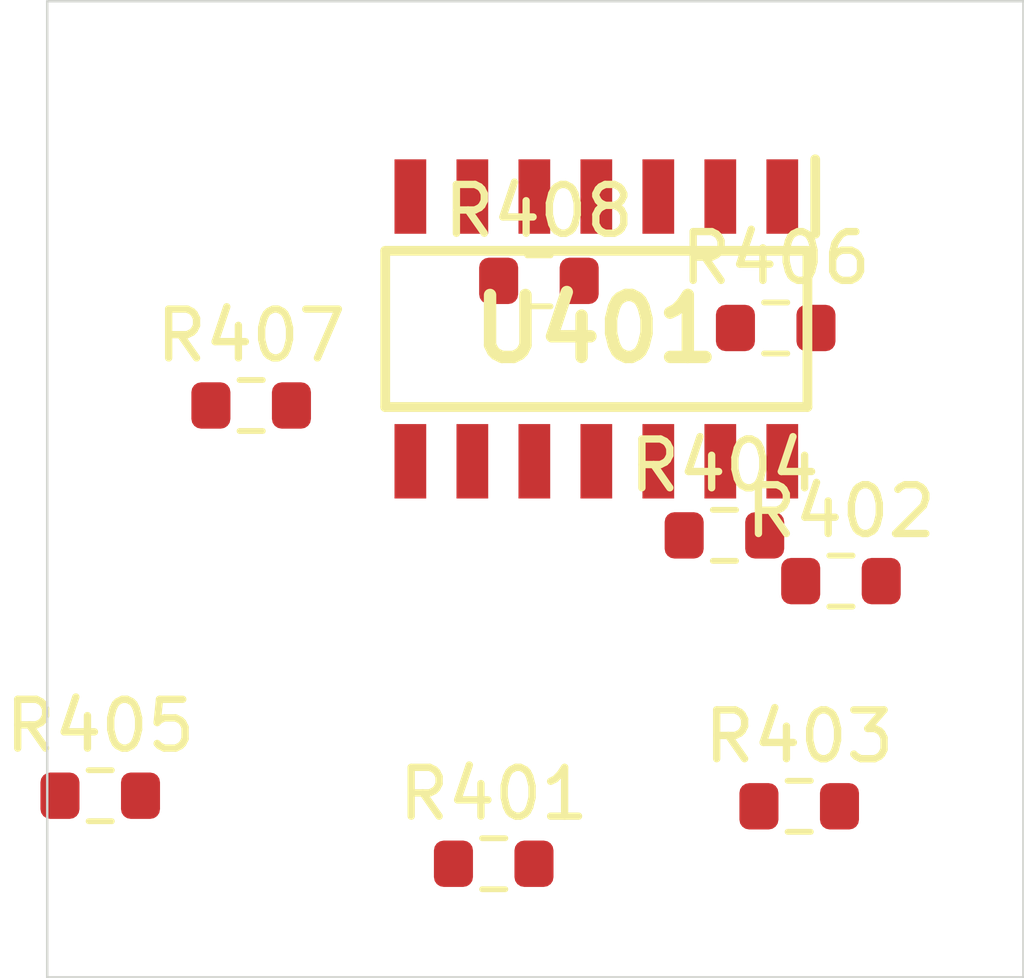
<source format=kicad_pcb>
 ( kicad_pcb  ( version 20171130 )
 ( host pcbnew 5.1.12-84ad8e8a86~92~ubuntu18.04.1 )
 ( general  ( thickness 1.6 )
 ( drawings 4 )
 ( tracks 0 )
 ( zones 0 )
 ( modules 9 )
 ( nets 14 )
)
 ( page A4 )
 ( layers  ( 0 F.Cu signal )
 ( 31 B.Cu signal )
 ( 32 B.Adhes user )
 ( 33 F.Adhes user )
 ( 34 B.Paste user )
 ( 35 F.Paste user )
 ( 36 B.SilkS user )
 ( 37 F.SilkS user )
 ( 38 B.Mask user )
 ( 39 F.Mask user )
 ( 40 Dwgs.User user )
 ( 41 Cmts.User user )
 ( 42 Eco1.User user )
 ( 43 Eco2.User user )
 ( 44 Edge.Cuts user )
 ( 45 Margin user )
 ( 46 B.CrtYd user )
 ( 47 F.CrtYd user )
 ( 48 B.Fab user )
 ( 49 F.Fab user )
)
 ( setup  ( last_trace_width 0.25 )
 ( trace_clearance 0.2 )
 ( zone_clearance 0.508 )
 ( zone_45_only no )
 ( trace_min 0.2 )
 ( via_size 0.8 )
 ( via_drill 0.4 )
 ( via_min_size 0.4 )
 ( via_min_drill 0.3 )
 ( uvia_size 0.3 )
 ( uvia_drill 0.1 )
 ( uvias_allowed no )
 ( uvia_min_size 0.2 )
 ( uvia_min_drill 0.1 )
 ( edge_width 0.05 )
 ( segment_width 0.2 )
 ( pcb_text_width 0.3 )
 ( pcb_text_size 1.5 1.5 )
 ( mod_edge_width 0.12 )
 ( mod_text_size 1 1 )
 ( mod_text_width 0.15 )
 ( pad_size 1.524 1.524 )
 ( pad_drill 0.762 )
 ( pad_to_mask_clearance 0 )
 ( aux_axis_origin 0 0 )
 ( visible_elements FFFFFF7F )
 ( pcbplotparams  ( layerselection 0x010fc_ffffffff )
 ( usegerberextensions false )
 ( usegerberattributes true )
 ( usegerberadvancedattributes true )
 ( creategerberjobfile true )
 ( excludeedgelayer true )
 ( linewidth 0.100000 )
 ( plotframeref false )
 ( viasonmask false )
 ( mode 1 )
 ( useauxorigin false )
 ( hpglpennumber 1 )
 ( hpglpenspeed 20 )
 ( hpglpendiameter 15.000000 )
 ( psnegative false )
 ( psa4output false )
 ( plotreference true )
 ( plotvalue true )
 ( plotinvisibletext false )
 ( padsonsilk false )
 ( subtractmaskfromsilk false )
 ( outputformat 1 )
 ( mirror false )
 ( drillshape 1 )
 ( scaleselection 1 )
 ( outputdirectory "" )
)
)
 ( net 0 "" )
 ( net 1 /Sheet6235D886/vp )
 ( net 2 /Sheet6248AD22/chn0 )
 ( net 3 /Sheet6248AD22/chn1 )
 ( net 4 /Sheet6248AD22/chn2 )
 ( net 5 /Sheet6248AD22/chn3 )
 ( net 6 "Net-(R401-Pad2)" )
 ( net 7 "Net-(R402-Pad2)" )
 ( net 8 "Net-(R403-Pad2)" )
 ( net 9 "Net-(R404-Pad2)" )
 ( net 10 /Sheet6248AD22/chn0_n )
 ( net 11 /Sheet6248AD22/chn1_n )
 ( net 12 /Sheet6248AD22/chn2_n )
 ( net 13 /Sheet6248AD22/chn3_n )
 ( net_class Default "This is the default net class."  ( clearance 0.2 )
 ( trace_width 0.25 )
 ( via_dia 0.8 )
 ( via_drill 0.4 )
 ( uvia_dia 0.3 )
 ( uvia_drill 0.1 )
 ( add_net /Sheet6235D886/vp )
 ( add_net /Sheet6248AD22/chn0 )
 ( add_net /Sheet6248AD22/chn0_n )
 ( add_net /Sheet6248AD22/chn1 )
 ( add_net /Sheet6248AD22/chn1_n )
 ( add_net /Sheet6248AD22/chn2 )
 ( add_net /Sheet6248AD22/chn2_n )
 ( add_net /Sheet6248AD22/chn3 )
 ( add_net /Sheet6248AD22/chn3_n )
 ( add_net "Net-(R401-Pad2)" )
 ( add_net "Net-(R402-Pad2)" )
 ( add_net "Net-(R403-Pad2)" )
 ( add_net "Net-(R404-Pad2)" )
)
 ( module Resistor_SMD:R_0603_1608Metric  ( layer F.Cu )
 ( tedit 5F68FEEE )
 ( tstamp 623425C8 )
 ( at 89.148000 117.672000 )
 ( descr "Resistor SMD 0603 (1608 Metric), square (rectangular) end terminal, IPC_7351 nominal, (Body size source: IPC-SM-782 page 72, https://www.pcb-3d.com/wordpress/wp-content/uploads/ipc-sm-782a_amendment_1_and_2.pdf), generated with kicad-footprint-generator" )
 ( tags resistor )
 ( path /6248AD23/6249ADFD )
 ( attr smd )
 ( fp_text reference R401  ( at 0 -1.43 )
 ( layer F.SilkS )
 ( effects  ( font  ( size 1 1 )
 ( thickness 0.15 )
)
)
)
 ( fp_text value 10M  ( at 0 1.43 )
 ( layer F.Fab )
 ( effects  ( font  ( size 1 1 )
 ( thickness 0.15 )
)
)
)
 ( fp_line  ( start -0.8 0.4125 )
 ( end -0.8 -0.4125 )
 ( layer F.Fab )
 ( width 0.1 )
)
 ( fp_line  ( start -0.8 -0.4125 )
 ( end 0.8 -0.4125 )
 ( layer F.Fab )
 ( width 0.1 )
)
 ( fp_line  ( start 0.8 -0.4125 )
 ( end 0.8 0.4125 )
 ( layer F.Fab )
 ( width 0.1 )
)
 ( fp_line  ( start 0.8 0.4125 )
 ( end -0.8 0.4125 )
 ( layer F.Fab )
 ( width 0.1 )
)
 ( fp_line  ( start -0.237258 -0.5225 )
 ( end 0.237258 -0.5225 )
 ( layer F.SilkS )
 ( width 0.12 )
)
 ( fp_line  ( start -0.237258 0.5225 )
 ( end 0.237258 0.5225 )
 ( layer F.SilkS )
 ( width 0.12 )
)
 ( fp_line  ( start -1.48 0.73 )
 ( end -1.48 -0.73 )
 ( layer F.CrtYd )
 ( width 0.05 )
)
 ( fp_line  ( start -1.48 -0.73 )
 ( end 1.48 -0.73 )
 ( layer F.CrtYd )
 ( width 0.05 )
)
 ( fp_line  ( start 1.48 -0.73 )
 ( end 1.48 0.73 )
 ( layer F.CrtYd )
 ( width 0.05 )
)
 ( fp_line  ( start 1.48 0.73 )
 ( end -1.48 0.73 )
 ( layer F.CrtYd )
 ( width 0.05 )
)
 ( fp_text user %R  ( at 0 0 )
 ( layer F.Fab )
 ( effects  ( font  ( size 0.4 0.4 )
 ( thickness 0.06 )
)
)
)
 ( pad 2 smd roundrect  ( at 0.825 0 )
 ( size 0.8 0.95 )
 ( layers F.Cu F.Mask F.Paste )
 ( roundrect_rratio 0.25 )
 ( net 6 "Net-(R401-Pad2)" )
)
 ( pad 1 smd roundrect  ( at -0.825 0 )
 ( size 0.8 0.95 )
 ( layers F.Cu F.Mask F.Paste )
 ( roundrect_rratio 0.25 )
 ( net 10 /Sheet6248AD22/chn0_n )
)
 ( model ${KISYS3DMOD}/Resistor_SMD.3dshapes/R_0603_1608Metric.wrl  ( at  ( xyz 0 0 0 )
)
 ( scale  ( xyz 1 1 1 )
)
 ( rotate  ( xyz 0 0 0 )
)
)
)
 ( module Resistor_SMD:R_0603_1608Metric  ( layer F.Cu )
 ( tedit 5F68FEEE )
 ( tstamp 623425D9 )
 ( at 96.262600 111.881000 )
 ( descr "Resistor SMD 0603 (1608 Metric), square (rectangular) end terminal, IPC_7351 nominal, (Body size source: IPC-SM-782 page 72, https://www.pcb-3d.com/wordpress/wp-content/uploads/ipc-sm-782a_amendment_1_and_2.pdf), generated with kicad-footprint-generator" )
 ( tags resistor )
 ( path /6248AD23/6249B75E )
 ( attr smd )
 ( fp_text reference R402  ( at 0 -1.43 )
 ( layer F.SilkS )
 ( effects  ( font  ( size 1 1 )
 ( thickness 0.15 )
)
)
)
 ( fp_text value 10M  ( at 0 1.43 )
 ( layer F.Fab )
 ( effects  ( font  ( size 1 1 )
 ( thickness 0.15 )
)
)
)
 ( fp_line  ( start 1.48 0.73 )
 ( end -1.48 0.73 )
 ( layer F.CrtYd )
 ( width 0.05 )
)
 ( fp_line  ( start 1.48 -0.73 )
 ( end 1.48 0.73 )
 ( layer F.CrtYd )
 ( width 0.05 )
)
 ( fp_line  ( start -1.48 -0.73 )
 ( end 1.48 -0.73 )
 ( layer F.CrtYd )
 ( width 0.05 )
)
 ( fp_line  ( start -1.48 0.73 )
 ( end -1.48 -0.73 )
 ( layer F.CrtYd )
 ( width 0.05 )
)
 ( fp_line  ( start -0.237258 0.5225 )
 ( end 0.237258 0.5225 )
 ( layer F.SilkS )
 ( width 0.12 )
)
 ( fp_line  ( start -0.237258 -0.5225 )
 ( end 0.237258 -0.5225 )
 ( layer F.SilkS )
 ( width 0.12 )
)
 ( fp_line  ( start 0.8 0.4125 )
 ( end -0.8 0.4125 )
 ( layer F.Fab )
 ( width 0.1 )
)
 ( fp_line  ( start 0.8 -0.4125 )
 ( end 0.8 0.4125 )
 ( layer F.Fab )
 ( width 0.1 )
)
 ( fp_line  ( start -0.8 -0.4125 )
 ( end 0.8 -0.4125 )
 ( layer F.Fab )
 ( width 0.1 )
)
 ( fp_line  ( start -0.8 0.4125 )
 ( end -0.8 -0.4125 )
 ( layer F.Fab )
 ( width 0.1 )
)
 ( fp_text user %R  ( at 0 0 )
 ( layer F.Fab )
 ( effects  ( font  ( size 0.4 0.4 )
 ( thickness 0.06 )
)
)
)
 ( pad 1 smd roundrect  ( at -0.825 0 )
 ( size 0.8 0.95 )
 ( layers F.Cu F.Mask F.Paste )
 ( roundrect_rratio 0.25 )
 ( net 11 /Sheet6248AD22/chn1_n )
)
 ( pad 2 smd roundrect  ( at 0.825 0 )
 ( size 0.8 0.95 )
 ( layers F.Cu F.Mask F.Paste )
 ( roundrect_rratio 0.25 )
 ( net 7 "Net-(R402-Pad2)" )
)
 ( model ${KISYS3DMOD}/Resistor_SMD.3dshapes/R_0603_1608Metric.wrl  ( at  ( xyz 0 0 0 )
)
 ( scale  ( xyz 1 1 1 )
)
 ( rotate  ( xyz 0 0 0 )
)
)
)
 ( module Resistor_SMD:R_0603_1608Metric  ( layer F.Cu )
 ( tedit 5F68FEEE )
 ( tstamp 623425EA )
 ( at 95.407200 116.495000 )
 ( descr "Resistor SMD 0603 (1608 Metric), square (rectangular) end terminal, IPC_7351 nominal, (Body size source: IPC-SM-782 page 72, https://www.pcb-3d.com/wordpress/wp-content/uploads/ipc-sm-782a_amendment_1_and_2.pdf), generated with kicad-footprint-generator" )
 ( tags resistor )
 ( path /6248AD23/6249FB7A )
 ( attr smd )
 ( fp_text reference R403  ( at 0 -1.43 )
 ( layer F.SilkS )
 ( effects  ( font  ( size 1 1 )
 ( thickness 0.15 )
)
)
)
 ( fp_text value 10M  ( at 0 1.43 )
 ( layer F.Fab )
 ( effects  ( font  ( size 1 1 )
 ( thickness 0.15 )
)
)
)
 ( fp_line  ( start 1.48 0.73 )
 ( end -1.48 0.73 )
 ( layer F.CrtYd )
 ( width 0.05 )
)
 ( fp_line  ( start 1.48 -0.73 )
 ( end 1.48 0.73 )
 ( layer F.CrtYd )
 ( width 0.05 )
)
 ( fp_line  ( start -1.48 -0.73 )
 ( end 1.48 -0.73 )
 ( layer F.CrtYd )
 ( width 0.05 )
)
 ( fp_line  ( start -1.48 0.73 )
 ( end -1.48 -0.73 )
 ( layer F.CrtYd )
 ( width 0.05 )
)
 ( fp_line  ( start -0.237258 0.5225 )
 ( end 0.237258 0.5225 )
 ( layer F.SilkS )
 ( width 0.12 )
)
 ( fp_line  ( start -0.237258 -0.5225 )
 ( end 0.237258 -0.5225 )
 ( layer F.SilkS )
 ( width 0.12 )
)
 ( fp_line  ( start 0.8 0.4125 )
 ( end -0.8 0.4125 )
 ( layer F.Fab )
 ( width 0.1 )
)
 ( fp_line  ( start 0.8 -0.4125 )
 ( end 0.8 0.4125 )
 ( layer F.Fab )
 ( width 0.1 )
)
 ( fp_line  ( start -0.8 -0.4125 )
 ( end 0.8 -0.4125 )
 ( layer F.Fab )
 ( width 0.1 )
)
 ( fp_line  ( start -0.8 0.4125 )
 ( end -0.8 -0.4125 )
 ( layer F.Fab )
 ( width 0.1 )
)
 ( fp_text user %R  ( at 0 0 )
 ( layer F.Fab )
 ( effects  ( font  ( size 0.4 0.4 )
 ( thickness 0.06 )
)
)
)
 ( pad 1 smd roundrect  ( at -0.825 0 )
 ( size 0.8 0.95 )
 ( layers F.Cu F.Mask F.Paste )
 ( roundrect_rratio 0.25 )
 ( net 12 /Sheet6248AD22/chn2_n )
)
 ( pad 2 smd roundrect  ( at 0.825 0 )
 ( size 0.8 0.95 )
 ( layers F.Cu F.Mask F.Paste )
 ( roundrect_rratio 0.25 )
 ( net 8 "Net-(R403-Pad2)" )
)
 ( model ${KISYS3DMOD}/Resistor_SMD.3dshapes/R_0603_1608Metric.wrl  ( at  ( xyz 0 0 0 )
)
 ( scale  ( xyz 1 1 1 )
)
 ( rotate  ( xyz 0 0 0 )
)
)
)
 ( module Resistor_SMD:R_0603_1608Metric  ( layer F.Cu )
 ( tedit 5F68FEEE )
 ( tstamp 623425FB )
 ( at 93.875200 110.944000 )
 ( descr "Resistor SMD 0603 (1608 Metric), square (rectangular) end terminal, IPC_7351 nominal, (Body size source: IPC-SM-782 page 72, https://www.pcb-3d.com/wordpress/wp-content/uploads/ipc-sm-782a_amendment_1_and_2.pdf), generated with kicad-footprint-generator" )
 ( tags resistor )
 ( path /6248AD23/6249FB74 )
 ( attr smd )
 ( fp_text reference R404  ( at 0 -1.43 )
 ( layer F.SilkS )
 ( effects  ( font  ( size 1 1 )
 ( thickness 0.15 )
)
)
)
 ( fp_text value 10M  ( at 0 1.43 )
 ( layer F.Fab )
 ( effects  ( font  ( size 1 1 )
 ( thickness 0.15 )
)
)
)
 ( fp_line  ( start -0.8 0.4125 )
 ( end -0.8 -0.4125 )
 ( layer F.Fab )
 ( width 0.1 )
)
 ( fp_line  ( start -0.8 -0.4125 )
 ( end 0.8 -0.4125 )
 ( layer F.Fab )
 ( width 0.1 )
)
 ( fp_line  ( start 0.8 -0.4125 )
 ( end 0.8 0.4125 )
 ( layer F.Fab )
 ( width 0.1 )
)
 ( fp_line  ( start 0.8 0.4125 )
 ( end -0.8 0.4125 )
 ( layer F.Fab )
 ( width 0.1 )
)
 ( fp_line  ( start -0.237258 -0.5225 )
 ( end 0.237258 -0.5225 )
 ( layer F.SilkS )
 ( width 0.12 )
)
 ( fp_line  ( start -0.237258 0.5225 )
 ( end 0.237258 0.5225 )
 ( layer F.SilkS )
 ( width 0.12 )
)
 ( fp_line  ( start -1.48 0.73 )
 ( end -1.48 -0.73 )
 ( layer F.CrtYd )
 ( width 0.05 )
)
 ( fp_line  ( start -1.48 -0.73 )
 ( end 1.48 -0.73 )
 ( layer F.CrtYd )
 ( width 0.05 )
)
 ( fp_line  ( start 1.48 -0.73 )
 ( end 1.48 0.73 )
 ( layer F.CrtYd )
 ( width 0.05 )
)
 ( fp_line  ( start 1.48 0.73 )
 ( end -1.48 0.73 )
 ( layer F.CrtYd )
 ( width 0.05 )
)
 ( fp_text user %R  ( at 0 0 )
 ( layer F.Fab )
 ( effects  ( font  ( size 0.4 0.4 )
 ( thickness 0.06 )
)
)
)
 ( pad 2 smd roundrect  ( at 0.825 0 )
 ( size 0.8 0.95 )
 ( layers F.Cu F.Mask F.Paste )
 ( roundrect_rratio 0.25 )
 ( net 9 "Net-(R404-Pad2)" )
)
 ( pad 1 smd roundrect  ( at -0.825 0 )
 ( size 0.8 0.95 )
 ( layers F.Cu F.Mask F.Paste )
 ( roundrect_rratio 0.25 )
 ( net 13 /Sheet6248AD22/chn3_n )
)
 ( model ${KISYS3DMOD}/Resistor_SMD.3dshapes/R_0603_1608Metric.wrl  ( at  ( xyz 0 0 0 )
)
 ( scale  ( xyz 1 1 1 )
)
 ( rotate  ( xyz 0 0 0 )
)
)
)
 ( module Resistor_SMD:R_0603_1608Metric  ( layer F.Cu )
 ( tedit 5F68FEEE )
 ( tstamp 6234260C )
 ( at 81.086100 116.278000 )
 ( descr "Resistor SMD 0603 (1608 Metric), square (rectangular) end terminal, IPC_7351 nominal, (Body size source: IPC-SM-782 page 72, https://www.pcb-3d.com/wordpress/wp-content/uploads/ipc-sm-782a_amendment_1_and_2.pdf), generated with kicad-footprint-generator" )
 ( tags resistor )
 ( path /6248AD23/62497F62 )
 ( attr smd )
 ( fp_text reference R405  ( at 0 -1.43 )
 ( layer F.SilkS )
 ( effects  ( font  ( size 1 1 )
 ( thickness 0.15 )
)
)
)
 ( fp_text value 750k  ( at 0 1.43 )
 ( layer F.Fab )
 ( effects  ( font  ( size 1 1 )
 ( thickness 0.15 )
)
)
)
 ( fp_line  ( start -0.8 0.4125 )
 ( end -0.8 -0.4125 )
 ( layer F.Fab )
 ( width 0.1 )
)
 ( fp_line  ( start -0.8 -0.4125 )
 ( end 0.8 -0.4125 )
 ( layer F.Fab )
 ( width 0.1 )
)
 ( fp_line  ( start 0.8 -0.4125 )
 ( end 0.8 0.4125 )
 ( layer F.Fab )
 ( width 0.1 )
)
 ( fp_line  ( start 0.8 0.4125 )
 ( end -0.8 0.4125 )
 ( layer F.Fab )
 ( width 0.1 )
)
 ( fp_line  ( start -0.237258 -0.5225 )
 ( end 0.237258 -0.5225 )
 ( layer F.SilkS )
 ( width 0.12 )
)
 ( fp_line  ( start -0.237258 0.5225 )
 ( end 0.237258 0.5225 )
 ( layer F.SilkS )
 ( width 0.12 )
)
 ( fp_line  ( start -1.48 0.73 )
 ( end -1.48 -0.73 )
 ( layer F.CrtYd )
 ( width 0.05 )
)
 ( fp_line  ( start -1.48 -0.73 )
 ( end 1.48 -0.73 )
 ( layer F.CrtYd )
 ( width 0.05 )
)
 ( fp_line  ( start 1.48 -0.73 )
 ( end 1.48 0.73 )
 ( layer F.CrtYd )
 ( width 0.05 )
)
 ( fp_line  ( start 1.48 0.73 )
 ( end -1.48 0.73 )
 ( layer F.CrtYd )
 ( width 0.05 )
)
 ( fp_text user %R  ( at 0 0 )
 ( layer F.Fab )
 ( effects  ( font  ( size 0.4 0.4 )
 ( thickness 0.06 )
)
)
)
 ( pad 2 smd roundrect  ( at 0.825 0 )
 ( size 0.8 0.95 )
 ( layers F.Cu F.Mask F.Paste )
 ( roundrect_rratio 0.25 )
 ( net 6 "Net-(R401-Pad2)" )
)
 ( pad 1 smd roundrect  ( at -0.825 0 )
 ( size 0.8 0.95 )
 ( layers F.Cu F.Mask F.Paste )
 ( roundrect_rratio 0.25 )
 ( net 1 /Sheet6235D886/vp )
)
 ( model ${KISYS3DMOD}/Resistor_SMD.3dshapes/R_0603_1608Metric.wrl  ( at  ( xyz 0 0 0 )
)
 ( scale  ( xyz 1 1 1 )
)
 ( rotate  ( xyz 0 0 0 )
)
)
)
 ( module Resistor_SMD:R_0603_1608Metric  ( layer F.Cu )
 ( tedit 5F68FEEE )
 ( tstamp 6234261D )
 ( at 94.925500 106.695000 )
 ( descr "Resistor SMD 0603 (1608 Metric), square (rectangular) end terminal, IPC_7351 nominal, (Body size source: IPC-SM-782 page 72, https://www.pcb-3d.com/wordpress/wp-content/uploads/ipc-sm-782a_amendment_1_and_2.pdf), generated with kicad-footprint-generator" )
 ( tags resistor )
 ( path /6248AD23/62499098 )
 ( attr smd )
 ( fp_text reference R406  ( at 0 -1.43 )
 ( layer F.SilkS )
 ( effects  ( font  ( size 1 1 )
 ( thickness 0.15 )
)
)
)
 ( fp_text value 750k  ( at 0 1.43 )
 ( layer F.Fab )
 ( effects  ( font  ( size 1 1 )
 ( thickness 0.15 )
)
)
)
 ( fp_line  ( start 1.48 0.73 )
 ( end -1.48 0.73 )
 ( layer F.CrtYd )
 ( width 0.05 )
)
 ( fp_line  ( start 1.48 -0.73 )
 ( end 1.48 0.73 )
 ( layer F.CrtYd )
 ( width 0.05 )
)
 ( fp_line  ( start -1.48 -0.73 )
 ( end 1.48 -0.73 )
 ( layer F.CrtYd )
 ( width 0.05 )
)
 ( fp_line  ( start -1.48 0.73 )
 ( end -1.48 -0.73 )
 ( layer F.CrtYd )
 ( width 0.05 )
)
 ( fp_line  ( start -0.237258 0.5225 )
 ( end 0.237258 0.5225 )
 ( layer F.SilkS )
 ( width 0.12 )
)
 ( fp_line  ( start -0.237258 -0.5225 )
 ( end 0.237258 -0.5225 )
 ( layer F.SilkS )
 ( width 0.12 )
)
 ( fp_line  ( start 0.8 0.4125 )
 ( end -0.8 0.4125 )
 ( layer F.Fab )
 ( width 0.1 )
)
 ( fp_line  ( start 0.8 -0.4125 )
 ( end 0.8 0.4125 )
 ( layer F.Fab )
 ( width 0.1 )
)
 ( fp_line  ( start -0.8 -0.4125 )
 ( end 0.8 -0.4125 )
 ( layer F.Fab )
 ( width 0.1 )
)
 ( fp_line  ( start -0.8 0.4125 )
 ( end -0.8 -0.4125 )
 ( layer F.Fab )
 ( width 0.1 )
)
 ( fp_text user %R  ( at 0 0 )
 ( layer F.Fab )
 ( effects  ( font  ( size 0.4 0.4 )
 ( thickness 0.06 )
)
)
)
 ( pad 1 smd roundrect  ( at -0.825 0 )
 ( size 0.8 0.95 )
 ( layers F.Cu F.Mask F.Paste )
 ( roundrect_rratio 0.25 )
 ( net 1 /Sheet6235D886/vp )
)
 ( pad 2 smd roundrect  ( at 0.825 0 )
 ( size 0.8 0.95 )
 ( layers F.Cu F.Mask F.Paste )
 ( roundrect_rratio 0.25 )
 ( net 7 "Net-(R402-Pad2)" )
)
 ( model ${KISYS3DMOD}/Resistor_SMD.3dshapes/R_0603_1608Metric.wrl  ( at  ( xyz 0 0 0 )
)
 ( scale  ( xyz 1 1 1 )
)
 ( rotate  ( xyz 0 0 0 )
)
)
)
 ( module Resistor_SMD:R_0603_1608Metric  ( layer F.Cu )
 ( tedit 5F68FEEE )
 ( tstamp 6234262E )
 ( at 84.178600 108.283000 )
 ( descr "Resistor SMD 0603 (1608 Metric), square (rectangular) end terminal, IPC_7351 nominal, (Body size source: IPC-SM-782 page 72, https://www.pcb-3d.com/wordpress/wp-content/uploads/ipc-sm-782a_amendment_1_and_2.pdf), generated with kicad-footprint-generator" )
 ( tags resistor )
 ( path /6248AD23/624A0FFB )
 ( attr smd )
 ( fp_text reference R407  ( at 0 -1.43 )
 ( layer F.SilkS )
 ( effects  ( font  ( size 1 1 )
 ( thickness 0.15 )
)
)
)
 ( fp_text value 1.5M  ( at 0 1.43 )
 ( layer F.Fab )
 ( effects  ( font  ( size 1 1 )
 ( thickness 0.15 )
)
)
)
 ( fp_line  ( start 1.48 0.73 )
 ( end -1.48 0.73 )
 ( layer F.CrtYd )
 ( width 0.05 )
)
 ( fp_line  ( start 1.48 -0.73 )
 ( end 1.48 0.73 )
 ( layer F.CrtYd )
 ( width 0.05 )
)
 ( fp_line  ( start -1.48 -0.73 )
 ( end 1.48 -0.73 )
 ( layer F.CrtYd )
 ( width 0.05 )
)
 ( fp_line  ( start -1.48 0.73 )
 ( end -1.48 -0.73 )
 ( layer F.CrtYd )
 ( width 0.05 )
)
 ( fp_line  ( start -0.237258 0.5225 )
 ( end 0.237258 0.5225 )
 ( layer F.SilkS )
 ( width 0.12 )
)
 ( fp_line  ( start -0.237258 -0.5225 )
 ( end 0.237258 -0.5225 )
 ( layer F.SilkS )
 ( width 0.12 )
)
 ( fp_line  ( start 0.8 0.4125 )
 ( end -0.8 0.4125 )
 ( layer F.Fab )
 ( width 0.1 )
)
 ( fp_line  ( start 0.8 -0.4125 )
 ( end 0.8 0.4125 )
 ( layer F.Fab )
 ( width 0.1 )
)
 ( fp_line  ( start -0.8 -0.4125 )
 ( end 0.8 -0.4125 )
 ( layer F.Fab )
 ( width 0.1 )
)
 ( fp_line  ( start -0.8 0.4125 )
 ( end -0.8 -0.4125 )
 ( layer F.Fab )
 ( width 0.1 )
)
 ( fp_text user %R  ( at 0 0 )
 ( layer F.Fab )
 ( effects  ( font  ( size 0.4 0.4 )
 ( thickness 0.06 )
)
)
)
 ( pad 1 smd roundrect  ( at -0.825 0 )
 ( size 0.8 0.95 )
 ( layers F.Cu F.Mask F.Paste )
 ( roundrect_rratio 0.25 )
 ( net 1 /Sheet6235D886/vp )
)
 ( pad 2 smd roundrect  ( at 0.825 0 )
 ( size 0.8 0.95 )
 ( layers F.Cu F.Mask F.Paste )
 ( roundrect_rratio 0.25 )
 ( net 8 "Net-(R403-Pad2)" )
)
 ( model ${KISYS3DMOD}/Resistor_SMD.3dshapes/R_0603_1608Metric.wrl  ( at  ( xyz 0 0 0 )
)
 ( scale  ( xyz 1 1 1 )
)
 ( rotate  ( xyz 0 0 0 )
)
)
)
 ( module Resistor_SMD:R_0603_1608Metric  ( layer F.Cu )
 ( tedit 5F68FEEE )
 ( tstamp 6234263F )
 ( at 90.074100 105.729000 )
 ( descr "Resistor SMD 0603 (1608 Metric), square (rectangular) end terminal, IPC_7351 nominal, (Body size source: IPC-SM-782 page 72, https://www.pcb-3d.com/wordpress/wp-content/uploads/ipc-sm-782a_amendment_1_and_2.pdf), generated with kicad-footprint-generator" )
 ( tags resistor )
 ( path /6248AD23/624A093C )
 ( attr smd )
 ( fp_text reference R408  ( at 0 -1.43 )
 ( layer F.SilkS )
 ( effects  ( font  ( size 1 1 )
 ( thickness 0.15 )
)
)
)
 ( fp_text value 1.5M  ( at 0 1.43 )
 ( layer F.Fab )
 ( effects  ( font  ( size 1 1 )
 ( thickness 0.15 )
)
)
)
 ( fp_line  ( start -0.8 0.4125 )
 ( end -0.8 -0.4125 )
 ( layer F.Fab )
 ( width 0.1 )
)
 ( fp_line  ( start -0.8 -0.4125 )
 ( end 0.8 -0.4125 )
 ( layer F.Fab )
 ( width 0.1 )
)
 ( fp_line  ( start 0.8 -0.4125 )
 ( end 0.8 0.4125 )
 ( layer F.Fab )
 ( width 0.1 )
)
 ( fp_line  ( start 0.8 0.4125 )
 ( end -0.8 0.4125 )
 ( layer F.Fab )
 ( width 0.1 )
)
 ( fp_line  ( start -0.237258 -0.5225 )
 ( end 0.237258 -0.5225 )
 ( layer F.SilkS )
 ( width 0.12 )
)
 ( fp_line  ( start -0.237258 0.5225 )
 ( end 0.237258 0.5225 )
 ( layer F.SilkS )
 ( width 0.12 )
)
 ( fp_line  ( start -1.48 0.73 )
 ( end -1.48 -0.73 )
 ( layer F.CrtYd )
 ( width 0.05 )
)
 ( fp_line  ( start -1.48 -0.73 )
 ( end 1.48 -0.73 )
 ( layer F.CrtYd )
 ( width 0.05 )
)
 ( fp_line  ( start 1.48 -0.73 )
 ( end 1.48 0.73 )
 ( layer F.CrtYd )
 ( width 0.05 )
)
 ( fp_line  ( start 1.48 0.73 )
 ( end -1.48 0.73 )
 ( layer F.CrtYd )
 ( width 0.05 )
)
 ( fp_text user %R  ( at 0 0 )
 ( layer F.Fab )
 ( effects  ( font  ( size 0.4 0.4 )
 ( thickness 0.06 )
)
)
)
 ( pad 2 smd roundrect  ( at 0.825 0 )
 ( size 0.8 0.95 )
 ( layers F.Cu F.Mask F.Paste )
 ( roundrect_rratio 0.25 )
 ( net 9 "Net-(R404-Pad2)" )
)
 ( pad 1 smd roundrect  ( at -0.825 0 )
 ( size 0.8 0.95 )
 ( layers F.Cu F.Mask F.Paste )
 ( roundrect_rratio 0.25 )
 ( net 1 /Sheet6235D886/vp )
)
 ( model ${KISYS3DMOD}/Resistor_SMD.3dshapes/R_0603_1608Metric.wrl  ( at  ( xyz 0 0 0 )
)
 ( scale  ( xyz 1 1 1 )
)
 ( rotate  ( xyz 0 0 0 )
)
)
)
 ( module TL074HIDR:SOIC127P600X175-14N locked  ( layer F.Cu )
 ( tedit 62336F37 )
 ( tstamp 62342709 )
 ( at 91.250400 106.714000 270.000000 )
 ( descr "D (-R-PDSO-G14)" )
 ( tags "Integrated Circuit" )
 ( path /6248AD23/624976B2 )
 ( attr smd )
 ( fp_text reference U401  ( at 0 0 )
 ( layer F.SilkS )
 ( effects  ( font  ( size 1.27 1.27 )
 ( thickness 0.254 )
)
)
)
 ( fp_text value TL074  ( at 0 0 )
 ( layer F.SilkS )
hide  ( effects  ( font  ( size 1.27 1.27 )
 ( thickness 0.254 )
)
)
)
 ( fp_line  ( start -3.725 -4.625 )
 ( end 3.725 -4.625 )
 ( layer Dwgs.User )
 ( width 0.05 )
)
 ( fp_line  ( start 3.725 -4.625 )
 ( end 3.725 4.625 )
 ( layer Dwgs.User )
 ( width 0.05 )
)
 ( fp_line  ( start 3.725 4.625 )
 ( end -3.725 4.625 )
 ( layer Dwgs.User )
 ( width 0.05 )
)
 ( fp_line  ( start -3.725 4.625 )
 ( end -3.725 -4.625 )
 ( layer Dwgs.User )
 ( width 0.05 )
)
 ( fp_line  ( start -1.95 -4.325 )
 ( end 1.95 -4.325 )
 ( layer Dwgs.User )
 ( width 0.1 )
)
 ( fp_line  ( start 1.95 -4.325 )
 ( end 1.95 4.325 )
 ( layer Dwgs.User )
 ( width 0.1 )
)
 ( fp_line  ( start 1.95 4.325 )
 ( end -1.95 4.325 )
 ( layer Dwgs.User )
 ( width 0.1 )
)
 ( fp_line  ( start -1.95 4.325 )
 ( end -1.95 -4.325 )
 ( layer Dwgs.User )
 ( width 0.1 )
)
 ( fp_line  ( start -1.95 -3.055 )
 ( end -0.68 -4.325 )
 ( layer Dwgs.User )
 ( width 0.1 )
)
 ( fp_line  ( start -1.6 -4.325 )
 ( end 1.6 -4.325 )
 ( layer F.SilkS )
 ( width 0.2 )
)
 ( fp_line  ( start 1.6 -4.325 )
 ( end 1.6 4.325 )
 ( layer F.SilkS )
 ( width 0.2 )
)
 ( fp_line  ( start 1.6 4.325 )
 ( end -1.6 4.325 )
 ( layer F.SilkS )
 ( width 0.2 )
)
 ( fp_line  ( start -1.6 4.325 )
 ( end -1.6 -4.325 )
 ( layer F.SilkS )
 ( width 0.2 )
)
 ( fp_line  ( start -3.475 -4.485 )
 ( end -1.95 -4.485 )
 ( layer F.SilkS )
 ( width 0.2 )
)
 ( pad 1 smd rect  ( at -2.712 -3.81 )
 ( size 0.65 1.525 )
 ( layers F.Cu F.Mask F.Paste )
 ( net 2 /Sheet6248AD22/chn0 )
)
 ( pad 2 smd rect  ( at -2.712 -2.54 )
 ( size 0.65 1.525 )
 ( layers F.Cu F.Mask F.Paste )
 ( net 2 /Sheet6248AD22/chn0 )
)
 ( pad 3 smd rect  ( at -2.712 -1.27 )
 ( size 0.65 1.525 )
 ( layers F.Cu F.Mask F.Paste )
 ( net 6 "Net-(R401-Pad2)" )
)
 ( pad 4 smd rect  ( at -2.712 0 )
 ( size 0.65 1.525 )
 ( layers F.Cu F.Mask F.Paste )
)
 ( pad 5 smd rect  ( at -2.712 1.27 )
 ( size 0.65 1.525 )
 ( layers F.Cu F.Mask F.Paste )
 ( net 7 "Net-(R402-Pad2)" )
)
 ( pad 6 smd rect  ( at -2.712 2.54 )
 ( size 0.65 1.525 )
 ( layers F.Cu F.Mask F.Paste )
 ( net 3 /Sheet6248AD22/chn1 )
)
 ( pad 7 smd rect  ( at -2.712 3.81 )
 ( size 0.65 1.525 )
 ( layers F.Cu F.Mask F.Paste )
 ( net 3 /Sheet6248AD22/chn1 )
)
 ( pad 8 smd rect  ( at 2.712 3.81 )
 ( size 0.65 1.525 )
 ( layers F.Cu F.Mask F.Paste )
 ( net 4 /Sheet6248AD22/chn2 )
)
 ( pad 9 smd rect  ( at 2.712 2.54 )
 ( size 0.65 1.525 )
 ( layers F.Cu F.Mask F.Paste )
 ( net 4 /Sheet6248AD22/chn2 )
)
 ( pad 10 smd rect  ( at 2.712 1.27 )
 ( size 0.65 1.525 )
 ( layers F.Cu F.Mask F.Paste )
 ( net 8 "Net-(R403-Pad2)" )
)
 ( pad 11 smd rect  ( at 2.712 0 )
 ( size 0.65 1.525 )
 ( layers F.Cu F.Mask F.Paste )
)
 ( pad 12 smd rect  ( at 2.712 -1.27 )
 ( size 0.65 1.525 )
 ( layers F.Cu F.Mask F.Paste )
 ( net 9 "Net-(R404-Pad2)" )
)
 ( pad 13 smd rect  ( at 2.712 -2.54 )
 ( size 0.65 1.525 )
 ( layers F.Cu F.Mask F.Paste )
 ( net 5 /Sheet6248AD22/chn3 )
)
 ( pad 14 smd rect  ( at 2.712 -3.81 )
 ( size 0.65 1.525 )
 ( layers F.Cu F.Mask F.Paste )
 ( net 5 /Sheet6248AD22/chn3 )
)
)
 ( gr_line  ( start 100 100 )
 ( end 100 120 )
 ( layer Edge.Cuts )
 ( width 0.05 )
 ( tstamp 62E76D2A )
)
 ( gr_line  ( start 80 120 )
 ( end 100 120 )
 ( layer Edge.Cuts )
 ( width 0.05 )
 ( tstamp 62E76D27 )
)
 ( gr_line  ( start 80 100 )
 ( end 80 120 )
 ( layer Edge.Cuts )
 ( width 0.05 )
 ( tstamp 6234110C )
)
 ( gr_line  ( start 80 100 )
 ( end 100 100 )
 ( layer Edge.Cuts )
 ( width 0.05 )
)
)

</source>
